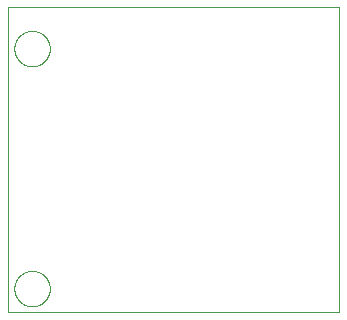
<source format=gbr>
G04 EAGLE Gerber RS-274X export*
G75*
%MOMM*%
%FSLAX34Y34*%
%LPD*%
%AMOC8*
5,1,8,0,0,1.08239X$1,22.5*%
G01*
%ADD10C,0.025400*%
%ADD11C,0.000000*%


D10*
X0Y0D02*
X280000Y0D01*
X280000Y258000D01*
X0Y258000D01*
X0Y0D01*
D11*
X5000Y20000D02*
X5005Y20368D01*
X5018Y20736D01*
X5041Y21103D01*
X5072Y21470D01*
X5113Y21836D01*
X5162Y22201D01*
X5221Y22564D01*
X5288Y22926D01*
X5364Y23287D01*
X5450Y23645D01*
X5543Y24001D01*
X5646Y24354D01*
X5757Y24705D01*
X5877Y25053D01*
X6005Y25398D01*
X6142Y25740D01*
X6287Y26079D01*
X6440Y26413D01*
X6602Y26744D01*
X6771Y27071D01*
X6949Y27393D01*
X7134Y27712D01*
X7327Y28025D01*
X7528Y28334D01*
X7736Y28637D01*
X7952Y28935D01*
X8175Y29228D01*
X8405Y29516D01*
X8642Y29798D01*
X8886Y30073D01*
X9136Y30343D01*
X9393Y30607D01*
X9657Y30864D01*
X9927Y31114D01*
X10202Y31358D01*
X10484Y31595D01*
X10772Y31825D01*
X11065Y32048D01*
X11363Y32264D01*
X11666Y32472D01*
X11975Y32673D01*
X12288Y32866D01*
X12607Y33051D01*
X12929Y33229D01*
X13256Y33398D01*
X13587Y33560D01*
X13921Y33713D01*
X14260Y33858D01*
X14602Y33995D01*
X14947Y34123D01*
X15295Y34243D01*
X15646Y34354D01*
X15999Y34457D01*
X16355Y34550D01*
X16713Y34636D01*
X17074Y34712D01*
X17436Y34779D01*
X17799Y34838D01*
X18164Y34887D01*
X18530Y34928D01*
X18897Y34959D01*
X19264Y34982D01*
X19632Y34995D01*
X20000Y35000D01*
X20368Y34995D01*
X20736Y34982D01*
X21103Y34959D01*
X21470Y34928D01*
X21836Y34887D01*
X22201Y34838D01*
X22564Y34779D01*
X22926Y34712D01*
X23287Y34636D01*
X23645Y34550D01*
X24001Y34457D01*
X24354Y34354D01*
X24705Y34243D01*
X25053Y34123D01*
X25398Y33995D01*
X25740Y33858D01*
X26079Y33713D01*
X26413Y33560D01*
X26744Y33398D01*
X27071Y33229D01*
X27393Y33051D01*
X27712Y32866D01*
X28025Y32673D01*
X28334Y32472D01*
X28637Y32264D01*
X28935Y32048D01*
X29228Y31825D01*
X29516Y31595D01*
X29798Y31358D01*
X30073Y31114D01*
X30343Y30864D01*
X30607Y30607D01*
X30864Y30343D01*
X31114Y30073D01*
X31358Y29798D01*
X31595Y29516D01*
X31825Y29228D01*
X32048Y28935D01*
X32264Y28637D01*
X32472Y28334D01*
X32673Y28025D01*
X32866Y27712D01*
X33051Y27393D01*
X33229Y27071D01*
X33398Y26744D01*
X33560Y26413D01*
X33713Y26079D01*
X33858Y25740D01*
X33995Y25398D01*
X34123Y25053D01*
X34243Y24705D01*
X34354Y24354D01*
X34457Y24001D01*
X34550Y23645D01*
X34636Y23287D01*
X34712Y22926D01*
X34779Y22564D01*
X34838Y22201D01*
X34887Y21836D01*
X34928Y21470D01*
X34959Y21103D01*
X34982Y20736D01*
X34995Y20368D01*
X35000Y20000D01*
X34995Y19632D01*
X34982Y19264D01*
X34959Y18897D01*
X34928Y18530D01*
X34887Y18164D01*
X34838Y17799D01*
X34779Y17436D01*
X34712Y17074D01*
X34636Y16713D01*
X34550Y16355D01*
X34457Y15999D01*
X34354Y15646D01*
X34243Y15295D01*
X34123Y14947D01*
X33995Y14602D01*
X33858Y14260D01*
X33713Y13921D01*
X33560Y13587D01*
X33398Y13256D01*
X33229Y12929D01*
X33051Y12607D01*
X32866Y12288D01*
X32673Y11975D01*
X32472Y11666D01*
X32264Y11363D01*
X32048Y11065D01*
X31825Y10772D01*
X31595Y10484D01*
X31358Y10202D01*
X31114Y9927D01*
X30864Y9657D01*
X30607Y9393D01*
X30343Y9136D01*
X30073Y8886D01*
X29798Y8642D01*
X29516Y8405D01*
X29228Y8175D01*
X28935Y7952D01*
X28637Y7736D01*
X28334Y7528D01*
X28025Y7327D01*
X27712Y7134D01*
X27393Y6949D01*
X27071Y6771D01*
X26744Y6602D01*
X26413Y6440D01*
X26079Y6287D01*
X25740Y6142D01*
X25398Y6005D01*
X25053Y5877D01*
X24705Y5757D01*
X24354Y5646D01*
X24001Y5543D01*
X23645Y5450D01*
X23287Y5364D01*
X22926Y5288D01*
X22564Y5221D01*
X22201Y5162D01*
X21836Y5113D01*
X21470Y5072D01*
X21103Y5041D01*
X20736Y5018D01*
X20368Y5005D01*
X20000Y5000D01*
X19632Y5005D01*
X19264Y5018D01*
X18897Y5041D01*
X18530Y5072D01*
X18164Y5113D01*
X17799Y5162D01*
X17436Y5221D01*
X17074Y5288D01*
X16713Y5364D01*
X16355Y5450D01*
X15999Y5543D01*
X15646Y5646D01*
X15295Y5757D01*
X14947Y5877D01*
X14602Y6005D01*
X14260Y6142D01*
X13921Y6287D01*
X13587Y6440D01*
X13256Y6602D01*
X12929Y6771D01*
X12607Y6949D01*
X12288Y7134D01*
X11975Y7327D01*
X11666Y7528D01*
X11363Y7736D01*
X11065Y7952D01*
X10772Y8175D01*
X10484Y8405D01*
X10202Y8642D01*
X9927Y8886D01*
X9657Y9136D01*
X9393Y9393D01*
X9136Y9657D01*
X8886Y9927D01*
X8642Y10202D01*
X8405Y10484D01*
X8175Y10772D01*
X7952Y11065D01*
X7736Y11363D01*
X7528Y11666D01*
X7327Y11975D01*
X7134Y12288D01*
X6949Y12607D01*
X6771Y12929D01*
X6602Y13256D01*
X6440Y13587D01*
X6287Y13921D01*
X6142Y14260D01*
X6005Y14602D01*
X5877Y14947D01*
X5757Y15295D01*
X5646Y15646D01*
X5543Y15999D01*
X5450Y16355D01*
X5364Y16713D01*
X5288Y17074D01*
X5221Y17436D01*
X5162Y17799D01*
X5113Y18164D01*
X5072Y18530D01*
X5041Y18897D01*
X5018Y19264D01*
X5005Y19632D01*
X5000Y20000D01*
X5000Y223200D02*
X5005Y223568D01*
X5018Y223936D01*
X5041Y224303D01*
X5072Y224670D01*
X5113Y225036D01*
X5162Y225401D01*
X5221Y225764D01*
X5288Y226126D01*
X5364Y226487D01*
X5450Y226845D01*
X5543Y227201D01*
X5646Y227554D01*
X5757Y227905D01*
X5877Y228253D01*
X6005Y228598D01*
X6142Y228940D01*
X6287Y229279D01*
X6440Y229613D01*
X6602Y229944D01*
X6771Y230271D01*
X6949Y230593D01*
X7134Y230912D01*
X7327Y231225D01*
X7528Y231534D01*
X7736Y231837D01*
X7952Y232135D01*
X8175Y232428D01*
X8405Y232716D01*
X8642Y232998D01*
X8886Y233273D01*
X9136Y233543D01*
X9393Y233807D01*
X9657Y234064D01*
X9927Y234314D01*
X10202Y234558D01*
X10484Y234795D01*
X10772Y235025D01*
X11065Y235248D01*
X11363Y235464D01*
X11666Y235672D01*
X11975Y235873D01*
X12288Y236066D01*
X12607Y236251D01*
X12929Y236429D01*
X13256Y236598D01*
X13587Y236760D01*
X13921Y236913D01*
X14260Y237058D01*
X14602Y237195D01*
X14947Y237323D01*
X15295Y237443D01*
X15646Y237554D01*
X15999Y237657D01*
X16355Y237750D01*
X16713Y237836D01*
X17074Y237912D01*
X17436Y237979D01*
X17799Y238038D01*
X18164Y238087D01*
X18530Y238128D01*
X18897Y238159D01*
X19264Y238182D01*
X19632Y238195D01*
X20000Y238200D01*
X20368Y238195D01*
X20736Y238182D01*
X21103Y238159D01*
X21470Y238128D01*
X21836Y238087D01*
X22201Y238038D01*
X22564Y237979D01*
X22926Y237912D01*
X23287Y237836D01*
X23645Y237750D01*
X24001Y237657D01*
X24354Y237554D01*
X24705Y237443D01*
X25053Y237323D01*
X25398Y237195D01*
X25740Y237058D01*
X26079Y236913D01*
X26413Y236760D01*
X26744Y236598D01*
X27071Y236429D01*
X27393Y236251D01*
X27712Y236066D01*
X28025Y235873D01*
X28334Y235672D01*
X28637Y235464D01*
X28935Y235248D01*
X29228Y235025D01*
X29516Y234795D01*
X29798Y234558D01*
X30073Y234314D01*
X30343Y234064D01*
X30607Y233807D01*
X30864Y233543D01*
X31114Y233273D01*
X31358Y232998D01*
X31595Y232716D01*
X31825Y232428D01*
X32048Y232135D01*
X32264Y231837D01*
X32472Y231534D01*
X32673Y231225D01*
X32866Y230912D01*
X33051Y230593D01*
X33229Y230271D01*
X33398Y229944D01*
X33560Y229613D01*
X33713Y229279D01*
X33858Y228940D01*
X33995Y228598D01*
X34123Y228253D01*
X34243Y227905D01*
X34354Y227554D01*
X34457Y227201D01*
X34550Y226845D01*
X34636Y226487D01*
X34712Y226126D01*
X34779Y225764D01*
X34838Y225401D01*
X34887Y225036D01*
X34928Y224670D01*
X34959Y224303D01*
X34982Y223936D01*
X34995Y223568D01*
X35000Y223200D01*
X34995Y222832D01*
X34982Y222464D01*
X34959Y222097D01*
X34928Y221730D01*
X34887Y221364D01*
X34838Y220999D01*
X34779Y220636D01*
X34712Y220274D01*
X34636Y219913D01*
X34550Y219555D01*
X34457Y219199D01*
X34354Y218846D01*
X34243Y218495D01*
X34123Y218147D01*
X33995Y217802D01*
X33858Y217460D01*
X33713Y217121D01*
X33560Y216787D01*
X33398Y216456D01*
X33229Y216129D01*
X33051Y215807D01*
X32866Y215488D01*
X32673Y215175D01*
X32472Y214866D01*
X32264Y214563D01*
X32048Y214265D01*
X31825Y213972D01*
X31595Y213684D01*
X31358Y213402D01*
X31114Y213127D01*
X30864Y212857D01*
X30607Y212593D01*
X30343Y212336D01*
X30073Y212086D01*
X29798Y211842D01*
X29516Y211605D01*
X29228Y211375D01*
X28935Y211152D01*
X28637Y210936D01*
X28334Y210728D01*
X28025Y210527D01*
X27712Y210334D01*
X27393Y210149D01*
X27071Y209971D01*
X26744Y209802D01*
X26413Y209640D01*
X26079Y209487D01*
X25740Y209342D01*
X25398Y209205D01*
X25053Y209077D01*
X24705Y208957D01*
X24354Y208846D01*
X24001Y208743D01*
X23645Y208650D01*
X23287Y208564D01*
X22926Y208488D01*
X22564Y208421D01*
X22201Y208362D01*
X21836Y208313D01*
X21470Y208272D01*
X21103Y208241D01*
X20736Y208218D01*
X20368Y208205D01*
X20000Y208200D01*
X19632Y208205D01*
X19264Y208218D01*
X18897Y208241D01*
X18530Y208272D01*
X18164Y208313D01*
X17799Y208362D01*
X17436Y208421D01*
X17074Y208488D01*
X16713Y208564D01*
X16355Y208650D01*
X15999Y208743D01*
X15646Y208846D01*
X15295Y208957D01*
X14947Y209077D01*
X14602Y209205D01*
X14260Y209342D01*
X13921Y209487D01*
X13587Y209640D01*
X13256Y209802D01*
X12929Y209971D01*
X12607Y210149D01*
X12288Y210334D01*
X11975Y210527D01*
X11666Y210728D01*
X11363Y210936D01*
X11065Y211152D01*
X10772Y211375D01*
X10484Y211605D01*
X10202Y211842D01*
X9927Y212086D01*
X9657Y212336D01*
X9393Y212593D01*
X9136Y212857D01*
X8886Y213127D01*
X8642Y213402D01*
X8405Y213684D01*
X8175Y213972D01*
X7952Y214265D01*
X7736Y214563D01*
X7528Y214866D01*
X7327Y215175D01*
X7134Y215488D01*
X6949Y215807D01*
X6771Y216129D01*
X6602Y216456D01*
X6440Y216787D01*
X6287Y217121D01*
X6142Y217460D01*
X6005Y217802D01*
X5877Y218147D01*
X5757Y218495D01*
X5646Y218846D01*
X5543Y219199D01*
X5450Y219555D01*
X5364Y219913D01*
X5288Y220274D01*
X5221Y220636D01*
X5162Y220999D01*
X5113Y221364D01*
X5072Y221730D01*
X5041Y222097D01*
X5018Y222464D01*
X5005Y222832D01*
X5000Y223200D01*
M02*

</source>
